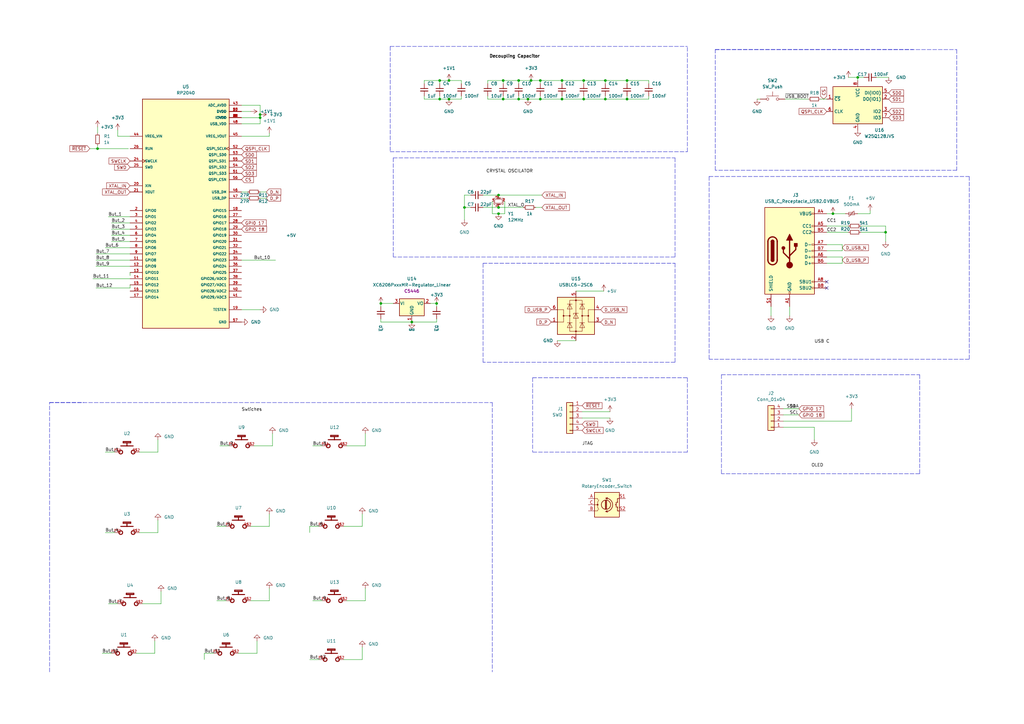
<source format=kicad_sch>
(kicad_sch (version 20211123) (generator eeschema)
  (paper "A3")
  (lib_symbols
    (symbol "Connector:USB_C_Receptacle_USB2.0" (pin_names (offset 1.016))
      (property "Reference" "J" (at -10.16 19.05 0))
      (property "Value" "USB_C_Receptacle_USB2.0" (at 19.05 19.05 0))
      (symbol "USB_C_Receptacle_USB2.0_1_1"
        (pin passive line (at 0 -22.86 90) (length 5.08) (name "GND") (number "A1"))
        (pin passive line (at 0 -22.86 90) (length 5.08) hide (name "GND") (number "A12"))
        (pin passive line (at 15.24 15.24 180) (length 5.08) (name "VBUS") (number "A4"))
        (pin bidirectional line (at 15.24 10.16 180) (length 5.08) (name "CC1") (number "A5"))
        (pin bidirectional line (at 15.24 -2.54 180) (length 5.08) (name "D+") (number "A6"))
        (pin bidirectional line (at 15.24 2.54 180) (length 5.08) (name "D-") (number "A7"))
        (pin bidirectional line (at 15.24 -12.7 180) (length 5.08) (name "SBU1") (number "A8"))
        (pin passive line (at 15.24 15.24 180) (length 5.08) hide (name "VBUS") (number "A9"))
        (pin passive line (at 0 -22.86 90) (length 5.08) hide (name "GND") (number "B1"))
        (pin passive line (at 0 -22.86 90) (length 5.08) hide (name "GND") (number "B12"))
        (pin passive line (at 15.24 15.24 180) (length 5.08) hide (name "VBUS") (number "B4"))
        (pin bidirectional line (at 15.24 7.62 180) (length 5.08) (name "CC2") (number "B5"))
        (pin bidirectional line (at 15.24 -5.08 180) (length 5.08) (name "D+") (number "B6"))
        (pin bidirectional line (at 15.24 0 180) (length 5.08) (name "D-") (number "B7"))
        (pin bidirectional line (at 15.24 -15.24 180) (length 5.08) (name "SBU2") (number "B8"))
        (pin passive line (at 15.24 15.24 180) (length 5.08) hide (name "VBUS") (number "B9"))
        (pin passive line (at -7.62 -22.86 90) (length 5.08) (name "SHIELD") (number "S1"))
      )
    )
    (symbol "Connector_Generic:Conn_01x04" (pin_names (offset 1.016) hide)
      (property "Reference" "J" (at 0 5.08 0))
      (property "Value" "Conn_01x04" (at 0 -7.62 0))
      (symbol "Conn_01x04_1_1"
        (pin passive line (at -5.08 2.54 0) (length 3.81) (name "Pin_1") (number "1"))
        (pin passive line (at -5.08 0 0) (length 3.81) (name "Pin_2") (number "2"))
        (pin passive line (at -5.08 -2.54 0) (length 3.81) (name "Pin_3") (number "3"))
        (pin passive line (at -5.08 -5.08 0) (length 3.81) (name "Pin_4") (number "4"))
      )
    )
    (symbol "Connector_Generic:Conn_01x05" (pin_names (offset 1.016) hide)
      (property "Reference" "J" (at 0 7.62 0))
      (property "Value" "Conn_01x05" (at 0 -7.62 0))
      (symbol "Conn_01x05_1_1"
        (pin passive line (at -5.08 5.08 0) (length 3.81) (name "Pin_1") (number "1"))
        (pin passive line (at -5.08 2.54 0) (length 3.81) (name "Pin_2") (number "2"))
        (pin passive line (at -5.08 0 0) (length 3.81) (name "Pin_3") (number "3"))
        (pin passive line (at -5.08 -2.54 0) (length 3.81) (name "Pin_4") (number "4"))
        (pin passive line (at -5.08 -5.08 0) (length 3.81) (name "Pin_5") (number "5"))
      )
    )
    (symbol "Device:C_Small" (pin_numbers hide) (pin_names (offset 0.254) hide)
      (property "Reference" "C" (at 0.254 1.778 0))
      (property "Value" "C_Small" (at 0.254 -2.032 0))
      (symbol "C_Small_1_1"
        (pin passive line (at 0 2.54 270) (length 2.032) (name "~") (number "1"))
        (pin passive line (at 0 -2.54 90) (length 2.032) (name "~") (number "2"))
      )
    )
    (symbol "Device:Crystal_GND24_Small" (pin_names (offset 1.016) hide)
      (property "Reference" "Y" (at 1.27 4.445 0))
      (property "Value" "Crystal_GND24_Small" (at 1.27 2.54 0))
      (symbol "Crystal_GND24_Small_1_1"
        (pin passive line (at -2.54 0 0) (length 1.27) (name "1") (number "1"))
        (pin passive line (at 0 -2.54 90) (length 0.635) (name "2") (number "2"))
        (pin passive line (at 2.54 0 180) (length 1.27) (name "3") (number "3"))
        (pin passive line (at 0 2.54 270) (length 0.635) (name "4") (number "4"))
      )
    )
    (symbol "Device:Polyfuse_Small" (pin_numbers hide) (pin_names (offset 0))
      (property "Reference" "F" (at -1.905 0 90))
      (property "Value" "Polyfuse_Small" (at 1.905 0 90))
      (symbol "Polyfuse_Small_1_1"
        (pin passive line (at 0 2.54 270) (length 0.635) (name "~") (number "1"))
        (pin passive line (at 0 -2.54 90) (length 0.635) (name "~") (number "2"))
      )
    )
    (symbol "Device:R_Small" (pin_numbers hide) (pin_names (offset 0.254) hide)
      (property "Reference" "R" (at 0.762 0.508 0))
      (property "Value" "R_Small" (at 0.762 -1.016 0))
      (symbol "R_Small_1_1"
        (pin passive line (at 0 2.54 270) (length 0.762) (name "~") (number "1"))
        (pin passive line (at 0 -2.54 90) (length 0.762) (name "~") (number "2"))
      )
    )
    (symbol "Device:RotaryEncoder_Switch" (pin_names (offset 0.254) hide)
      (property "Reference" "SW" (at 0 6.604 0))
      (property "Value" "RotaryEncoder_Switch" (at 0 -6.604 0))
      (symbol "RotaryEncoder_Switch_1_1"
        (pin passive line (at -7.62 2.54 0) (length 2.54) (name "A") (number "A"))
        (pin passive line (at -7.62 -2.54 0) (length 2.54) (name "B") (number "B"))
        (pin passive line (at -7.62 0 0) (length 2.54) (name "C") (number "C"))
        (pin passive line (at 7.62 2.54 180) (length 2.54) (name "S1") (number "S1"))
        (pin passive line (at 7.62 -2.54 180) (length 2.54) (name "S2") (number "S2"))
      )
    )
    (symbol "MX1A-11NN:MX1A-11NN" (pin_names (offset 1.016) hide)
      (property "Reference" "U" (at -4.445 -3.81 0))
      (symbol "MX1A-11NN_0_0"
        (pin passive line (at -5.08 0 0) (length 2.54) (name "~") (number "P$1"))
        (pin passive line (at 5.08 0 180) (length 2.54) (name "~") (number "P$2"))
      )
    )
    (symbol "Memory_Flash:W25Q128JVS"
      (property "Reference" "U" (at -8.89 8.89 0))
      (property "Value" "W25Q128JVS" (at 7.62 8.89 0))
      (symbol "W25Q128JVS_1_1"
        (pin input line (at -12.7 2.54 0) (length 2.54) (name "~{CS}") (number "1"))
        (pin bidirectional line (at 12.7 2.54 180) (length 2.54) (name "DO(IO1)") (number "2"))
        (pin bidirectional line (at 12.7 -2.54 180) (length 2.54) (name "IO2") (number "3"))
        (pin power_in line (at 0 -10.16 90) (length 2.54) (name "GND") (number "4"))
        (pin bidirectional line (at 12.7 5.08 180) (length 2.54) (name "DI(IO0)") (number "5"))
        (pin input line (at -12.7 -2.54 0) (length 2.54) (name "CLK") (number "6"))
        (pin bidirectional line (at 12.7 -5.08 180) (length 2.54) (name "IO3") (number "7"))
        (pin power_in line (at 0 10.16 270) (length 2.54) (name "VCC") (number "8"))
      )
    )
    (symbol "Power_Protection:USBLC6-2SC6" (pin_names hide)
      (property "Reference" "U" (at 2.54 8.89 0))
      (property "Value" "USBLC6-2SC6" (at 2.54 -8.89 0))
      (symbol "USBLC6-2SC6_1_1"
        (pin passive line (at -10.16 -2.54 0) (length 2.54) (name "I/O1") (number "1"))
        (pin passive line (at 0 -10.16 90) (length 2.54) (name "GND") (number "2"))
        (pin passive line (at 10.16 -2.54 180) (length 2.54) (name "I/O2") (number "3"))
        (pin passive line (at 10.16 2.54 180) (length 2.54) (name "I/O2") (number "4"))
        (pin passive line (at 0 10.16 270) (length 2.54) (name "VBUS") (number "5"))
        (pin passive line (at -10.16 2.54 0) (length 2.54) (name "I/O1") (number "6"))
      )
    )
    (symbol "RP2040:RP2040" (pin_names (offset 1.016))
      (property "Reference" "U" (at -17.78 50.8 0))
      (property "Value" "RP2040" (at -17.78 -48.26 0))
      (symbol "RP2040_0_0"
        (pin power_in line (at 22.86 40.64 180) (length 5.08) (name "IOVDD") (number "1"))
        (pin power_in line (at 22.86 40.64 180) (length 5.08) (name "IOVDD") (number "10"))
        (pin bidirectional line (at -22.86 -17.78 0) (length 5.08) (name "GPIO8") (number "11"))
        (pin bidirectional line (at -22.86 -20.32 0) (length 5.08) (name "GPIO9") (number "12"))
        (pin bidirectional line (at -22.86 -22.86 0) (length 5.08) (name "GPIO10") (number "13"))
        (pin bidirectional line (at -22.86 -25.4 0) (length 5.08) (name "GPIO11") (number "14"))
        (pin bidirectional line (at -22.86 -27.94 0) (length 5.08) (name "GPIO12") (number "15"))
        (pin bidirectional line (at -22.86 -30.48 0) (length 5.08) (name "GPIO13") (number "16"))
        (pin bidirectional line (at -22.86 -33.02 0) (length 5.08) (name "GPIO14") (number "17"))
        (pin bidirectional line (at 22.86 2.54 180) (length 5.08) (name "GPIO15") (number "18"))
        (pin passive line (at 22.86 -38.1 180) (length 5.08) (name "TESTEN") (number "19"))
        (pin bidirectional line (at -22.86 2.54 0) (length 5.08) (name "GPIO0") (number "2"))
        (pin input line (at -22.86 12.7 0) (length 5.08) (name "XIN") (number "20"))
        (pin output line (at -22.86 10.16 0) (length 5.08) (name "XOUT") (number "21"))
        (pin power_in line (at 22.86 40.64 180) (length 5.08) (name "IOVDD") (number "22"))
        (pin power_in line (at 22.86 43.18 180) (length 5.08) (name "DVDD") (number "23"))
        (pin input clock (at -22.86 22.86 0) (length 5.08) (name "SWCLK") (number "24"))
        (pin bidirectional line (at -22.86 20.32 0) (length 5.08) (name "SWD") (number "25"))
        (pin input line (at -22.86 27.94 0) (length 5.08) (name "RUN") (number "26"))
        (pin bidirectional line (at 22.86 0 180) (length 5.08) (name "GPIO16") (number "27"))
        (pin bidirectional line (at 22.86 -2.54 180) (length 5.08) (name "GPIO17") (number "28"))
        (pin bidirectional line (at 22.86 -5.08 180) (length 5.08) (name "GPIO18") (number "29"))
        (pin bidirectional line (at -22.86 0 0) (length 5.08) (name "GPIO1") (number "3"))
        (pin bidirectional line (at 22.86 -7.62 180) (length 5.08) (name "GPIO19") (number "30"))
        (pin bidirectional line (at 22.86 -10.16 180) (length 5.08) (name "GPIO20") (number "31"))
        (pin bidirectional line (at 22.86 -12.7 180) (length 5.08) (name "GPIO21") (number "32"))
        (pin power_in line (at 22.86 40.64 180) (length 5.08) (name "IOVDD") (number "33"))
        (pin bidirectional line (at 22.86 -15.24 180) (length 5.08) (name "GPIO22") (number "34"))
        (pin bidirectional line (at 22.86 -17.78 180) (length 5.08) (name "GPIO23") (number "35"))
        (pin bidirectional line (at 22.86 -20.32 180) (length 5.08) (name "GPIO24") (number "36"))
        (pin bidirectional line (at 22.86 -22.86 180) (length 5.08) (name "GPIO25") (number "37"))
        (pin bidirectional line (at 22.86 -25.4 180) (length 5.08) (name "GPIO26/ADC0") (number "38"))
        (pin bidirectional line (at 22.86 -27.94 180) (length 5.08) (name "GPIO27/ADC1") (number "39"))
        (pin bidirectional line (at -22.86 -2.54 0) (length 5.08) (name "GPIO2") (number "4"))
        (pin bidirectional line (at 22.86 -30.48 180) (length 5.08) (name "GPIO28/ADC2") (number "40"))
        (pin bidirectional line (at 22.86 -33.02 180) (length 5.08) (name "GPIO29/ADC3") (number "41"))
        (pin power_in line (at 22.86 40.64 180) (length 5.08) (name "IOVDD") (number "42"))
        (pin power_in line (at 22.86 45.72 180) (length 5.08) (name "ADC_AVDD") (number "43"))
        (pin input line (at -22.86 33.02 0) (length 5.08) (name "VREG_VIN") (number "44"))
        (pin output line (at 22.86 33.02 180) (length 5.08) (name "VREG_VOUT") (number "45"))
        (pin bidirectional line (at 22.86 10.16 180) (length 5.08) (name "USB_DM") (number "46"))
        (pin bidirectional line (at 22.86 7.62 180) (length 5.08) (name "USB_DP") (number "47"))
        (pin power_in line (at 22.86 38.1 180) (length 5.08) (name "USB_VDD") (number "48"))
        (pin power_in line (at 22.86 40.64 180) (length 5.08) (name "IOVDD") (number "49"))
        (pin bidirectional line (at -22.86 -5.08 0) (length 5.08) (name "GPIO3") (number "5"))
        (pin power_in line (at 22.86 43.18 180) (length 5.08) (name "DVDD") (number "50"))
        (pin bidirectional line (at 22.86 17.78 180) (length 5.08) (name "QSPI_SD3") (number "51"))
        (pin bidirectional clock (at 22.86 27.94 180) (length 5.08) (name "QSPI_SCLK") (number "52"))
        (pin bidirectional line (at 22.86 25.4 180) (length 5.08) (name "QSPI_SD0") (number "53"))
        (pin bidirectional line (at 22.86 20.32 180) (length 5.08) (name "QSPI_SD2") (number "54"))
        (pin bidirectional line (at 22.86 22.86 180) (length 5.08) (name "QSPI_SD1") (number "55"))
        (pin bidirectional line (at 22.86 15.24 180) (length 5.08) (name "QSPI_CSN") (number "56"))
        (pin power_in line (at 22.86 -43.18 180) (length 5.08) (name "GND") (number "57"))
        (pin bidirectional line (at -22.86 -7.62 0) (length 5.08) (name "GPIO4") (number "6"))
        (pin bidirectional line (at -22.86 -10.16 0) (length 5.08) (name "GPIO5") (number "7"))
        (pin bidirectional line (at -22.86 -12.7 0) (length 5.08) (name "GPIO6") (number "8"))
        (pin bidirectional line (at -22.86 -15.24 0) (length 5.08) (name "GPIO7") (number "9"))
      )
    )
    (symbol "Switch:SW_Push" (pin_numbers hide) (pin_names (offset 1.016) hide)
      (property "Reference" "SW" (at 1.27 2.54 0))
      (property "Value" "SW_Push" (at 0 -1.524 0))
      (symbol "SW_Push_0_1"
        (pin passive line (at -5.08 0 0) (length 2.54) (name "1") (number "1"))
        (pin passive line (at 5.08 0 180) (length 2.54) (name "2") (number "2"))
      )
    )
    (symbol "kicad-keyboard-parts:XC6206PxxxMR-Regulator_Linear" (pin_names (offset 0.254))
      (property "Reference" "U" (at -3.81 3.175 0))
      (property "Value" "XC6206PxxxMR-Regulator_Linear" (at 0 3.175 0))
      (property "LCSC" "C5446" (at 0 0 0))
      (symbol "XC6206PxxxMR-Regulator_Linear_1_1"
        (pin power_in line (at 0 -7.62 90) (length 2.54) (name "GND") (number "1"))
        (pin power_out line (at 7.62 0 180) (length 2.54) (name "VO") (number "2"))
        (pin power_in line (at -7.62 0 0) (length 2.54) (name "VI") (number "3"))
      )
    )
    (symbol "power:+1V1" (power) (pin_names (offset 0))
      (property "Value" "+1V1" (at 0 3.556 0))
      (symbol "+1V1_1_1"
        (pin power_in line (at 0 0 90) (length 0) hide (name "+1V1") (number "1"))
      )
    )
    (symbol "power:+3.3V" (power) (pin_names (offset 0))
      (property "Value" "+3.3V" (at 0 3.556 0))
      (symbol "+3.3V_1_1"
        (pin power_in line (at 0 0 90) (length 0) hide (name "+3V3") (number "1"))
      )
    )
    (symbol "power:+3V3" (power) (pin_names (offset 0))
      (property "Value" "+3V3" (at 0 3.556 0))
      (symbol "+3V3_1_1"
        (pin power_in line (at 0 0 90) (length 0) hide (name "+3V3") (number "1"))
      )
    )
    (symbol "power:+5V" (power) (pin_names (offset 0))
      (property "Value" "+5V" (at 0 3.556 0))
      (symbol "+5V_1_1"
        (pin power_in line (at 0 0 90) (length 0) hide (name "+5V") (number "1"))
      )
    )
    (symbol "power:GND" (power) (pin_names (offset 0))
      (property "Value" "GND" (at 0 -3.81 0))
      (symbol "GND_1_1"
        (pin power_in line (at 0 0 270) (length 0) hide (name "GND") (number "1"))
      )
    )
    (symbol "power:VBUS" (power) (pin_names (offset 0))
      (property "Value" "VBUS" (at 0 3.81 0))
      (symbol "VBUS_1_1"
        (pin power_in line (at 0 0 90) (length 0) hide (name "VBUS") (number "1"))
      )
    )
  )
  (junction (at 248.285 33.02))
  (junction (at 179.07 124.46) (diameter 0.9144))
  (junction (at 239.395 40.64))
  (junction (at 221.615 40.64))
  (junction (at 351.79 31.75))
  (junction (at 230.505 40.64))
  (junction (at 341.63 87.63))
  (junction (at 204.47 87.63))
  (junction (at 204.47 80.01))
  (junction (at 204.47 85.09))
  (junction (at 248.285 40.64))
  (junction (at 212.725 40.64))
  (junction (at 221.615 33.02))
  (junction (at 190.5 85.09))
  (junction (at 156.21 124.46) (diameter 0.9144))
  (junction (at 217.805 33.02))
  (junction (at 216.535 40.64))
  (junction (at 184.15 40.64))
  (junction (at 206.375 33.02))
  (junction (at 106.68 48.26))
  (junction (at 180.34 33.02))
  (junction (at 168.91 132.08) (diameter 0.9144))
  (junction (at 257.175 33.02))
  (junction (at 184.15 33.02))
  (junction (at 363.22 95.25))
  (junction (at 40.005 60.96))
  (junction (at 206.375 40.64))
  (junction (at 230.505 33.02))
  (junction (at 257.175 40.64))
  (junction (at 106.68 46.99))
  (junction (at 239.395 33.02))
  (junction (at 180.34 40.64))
  (junction (at 212.725 33.02))
  (no_connect (at 339.09 115.57))
  (no_connect (at 339.09 118.11))
  (wire (pts (xy 248.285 39.37) (xy 248.285 40.64)))
  (wire (pts (xy 46.99 218.44) (xy 43.18 218.44)))
  (wire (pts (xy 212.725 39.37) (xy 212.725 40.64)))
  (wire (pts (xy 149.86 246.38) (xy 149.86 241.3)))
  (wire (pts (xy 179.07 130.81) (xy 179.07 132.08)))
  (wire (pts (xy 102.87 215.9) (xy 110.49 215.9)))
  (wire (pts (xy 64.77 185.42) (xy 64.77 180.34)))
  (wire (pts (xy 40.005 60.96) (xy 52.705 60.96)))
  (wire (pts (xy 45.72 91.44) (xy 53.34 91.44)))
  (wire (pts (xy 99.06 127) (xy 106.68 127)))
  (wire (pts (xy 198.12 85.09) (xy 204.47 85.09)))
  (wire (pts (xy 189.23 33.02) (xy 189.23 34.29)))
  (wire (pts (xy 206.375 40.64) (xy 212.725 40.64)))
  (wire (pts (xy 140.97 215.9) (xy 148.59 215.9)))
  (polyline (pts (xy 276.86 105.41) (xy 161.29 105.41)))
  (wire (pts (xy 248.285 33.02) (xy 248.285 34.29)))
  (wire (pts (xy 353.06 95.25) (xy 363.22 95.25)))
  (wire (pts (xy 99.06 106.68) (xy 113.03 106.68)))
  (polyline (pts (xy 290.83 72.39) (xy 397.51 72.39)))
  (polyline (pts (xy 198.12 107.95) (xy 276.86 107.95)))
  (wire (pts (xy 106.68 46.99) (xy 106.68 48.26)))
  (wire (pts (xy 53.34 55.88) (xy 48.26 55.88)))
  (polyline (pts (xy 281.94 185.42) (xy 218.44 185.42)))
  (wire (pts (xy 248.285 33.02) (xy 257.175 33.02)))
  (wire (pts (xy 130.81 270.51) (xy 127 270.51)))
  (wire (pts (xy 239.395 33.02) (xy 248.285 33.02)))
  (polyline (pts (xy 276.86 148.59) (xy 198.12 148.59)))
  (wire (pts (xy 321.31 172.72) (xy 349.25 172.72)))
  (wire (pts (xy 45.72 267.97) (xy 41.91 267.97)))
  (polyline (pts (xy 276.86 107.95) (xy 276.86 148.59)))
  (wire (pts (xy 109.22 81.28) (xy 106.68 81.28)))
  (wire (pts (xy 239.395 40.64) (xy 248.285 40.64)))
  (wire (pts (xy 130.81 215.9) (xy 127 215.9)))
  (polyline (pts (xy 377.19 153.67) (xy 377.19 194.31)))
  (polyline (pts (xy 20.32 165.1) (xy 34.29 165.1)))
  (wire (pts (xy 140.97 270.51) (xy 148.59 270.51)))
  (wire (pts (xy 53.34 113.03) (xy 53.34 111.76)))
  (wire (pts (xy 180.34 39.37) (xy 180.34 40.64)))
  (wire (pts (xy 180.34 40.64) (xy 184.15 40.64)))
  (wire (pts (xy 44.45 88.9) (xy 53.34 88.9)))
  (wire (pts (xy 99.06 55.88) (xy 110.49 55.88)))
  (wire (pts (xy 99.06 43.18) (xy 106.68 43.18)))
  (wire (pts (xy 58.42 247.65) (xy 66.04 247.65)))
  (wire (pts (xy 206.375 33.02) (xy 206.375 34.29)))
  (wire (pts (xy 132.08 182.88) (xy 128.27 182.88)))
  (wire (pts (xy 248.285 40.64) (xy 257.175 40.64)))
  (wire (pts (xy 64.77 218.44) (xy 64.77 213.36)))
  (wire (pts (xy 239.395 33.02) (xy 239.395 34.29)))
  (wire (pts (xy 48.26 53.34) (xy 48.26 55.88)))
  (wire (pts (xy 39.37 118.11) (xy 53.34 118.11)))
  (wire (pts (xy 200.025 39.37) (xy 200.025 40.64)))
  (wire (pts (xy 257.175 40.64) (xy 257.175 39.37)))
  (polyline (pts (xy 281.94 62.23) (xy 281.94 19.05)))
  (wire (pts (xy 184.15 40.64) (xy 189.23 40.64)))
  (wire (pts (xy 109.22 78.74) (xy 106.68 78.74)))
  (wire (pts (xy 63.5 267.97) (xy 63.5 262.89)))
  (wire (pts (xy 156.21 130.81) (xy 156.21 132.08)))
  (wire (pts (xy 106.68 50.8) (xy 99.06 50.8)))
  (wire (pts (xy 230.505 33.02) (xy 230.505 34.29)))
  (wire (pts (xy 168.91 132.08) (xy 156.21 132.08)))
  (wire (pts (xy 341.63 87.63) (xy 346.71 87.63)))
  (wire (pts (xy 323.85 125.73) (xy 323.85 129.54)))
  (wire (pts (xy 104.14 182.88) (xy 111.76 182.88)))
  (wire (pts (xy 221.615 33.02) (xy 230.505 33.02)))
  (wire (pts (xy 180.34 33.02) (xy 173.99 33.02)))
  (wire (pts (xy 353.06 92.71) (xy 363.22 92.71)))
  (wire (pts (xy 198.12 80.01) (xy 204.47 80.01)))
  (wire (pts (xy 257.175 33.02) (xy 257.175 34.29)))
  (polyline (pts (xy 293.37 69.85) (xy 293.37 20.32)))
  (wire (pts (xy 207.01 82.55) (xy 207.01 87.63)))
  (polyline (pts (xy 160.02 19.05) (xy 160.02 62.23)))
  (wire (pts (xy 38.1 114.3) (xy 53.34 114.3)))
  (wire (pts (xy 40.005 59.69) (xy 40.005 60.96)))
  (wire (pts (xy 310.515 40.64) (xy 311.785 40.64)))
  (wire (pts (xy 184.15 33.02) (xy 180.34 33.02)))
  (polyline (pts (xy 392.43 20.32) (xy 392.43 69.85)))
  (wire (pts (xy 168.91 132.08) (xy 179.07 132.08)))
  (wire (pts (xy 347.98 31.75) (xy 351.79 31.75)))
  (wire (pts (xy 127 215.9) (xy 127 218.44)))
  (wire (pts (xy 257.175 33.02) (xy 266.065 33.02)))
  (wire (pts (xy 40.005 52.07) (xy 40.005 54.61)))
  (wire (pts (xy 87.63 267.97) (xy 83.82 267.97)))
  (wire (pts (xy 57.15 218.44) (xy 64.77 218.44)))
  (wire (pts (xy 204.47 85.09) (xy 214.63 85.09)))
  (wire (pts (xy 173.99 40.64) (xy 180.34 40.64)))
  (wire (pts (xy 43.18 101.6) (xy 53.34 101.6)))
  (wire (pts (xy 184.15 33.02) (xy 189.23 33.02)))
  (wire (pts (xy 53.34 118.11) (xy 53.34 116.84)))
  (wire (pts (xy 92.71 246.38) (xy 88.9 246.38)))
  (wire (pts (xy 321.945 40.64) (xy 331.47 40.64)))
  (wire (pts (xy 97.79 267.97) (xy 105.41 267.97)))
  (wire (pts (xy 105.41 267.97) (xy 105.41 262.89)))
  (wire (pts (xy 345.44 102.87) (xy 339.09 102.87)))
  (wire (pts (xy 204.47 80.01) (xy 222.25 80.01)))
  (wire (pts (xy 200.025 34.29) (xy 200.025 33.02)))
  (wire (pts (xy 221.615 40.64) (xy 230.505 40.64)))
  (wire (pts (xy 66.04 247.65) (xy 66.04 242.57)))
  (wire (pts (xy 266.065 33.02) (xy 266.065 34.29)))
  (polyline (pts (xy 295.91 153.67) (xy 377.19 153.67)))
  (wire (pts (xy 228.6 139.7) (xy 236.22 139.7)))
  (wire (pts (xy 236.22 119.38) (xy 247.65 119.38)))
  (polyline (pts (xy 20.32 165.1) (xy 201.93 165.1)))
  (wire (pts (xy 250.19 171.45) (xy 238.76 171.45)))
  (wire (pts (xy 156.21 124.46) (xy 156.21 125.73)))
  (wire (pts (xy 132.08 246.38) (xy 128.27 246.38)))
  (wire (pts (xy 189.23 40.64) (xy 189.23 39.37)))
  (wire (pts (xy 351.79 31.75) (xy 351.79 33.02)))
  (wire (pts (xy 46.99 185.42) (xy 43.18 185.42)))
  (polyline (pts (xy 218.44 154.94) (xy 218.44 185.42)))
  (wire (pts (xy 221.615 33.02) (xy 221.615 34.29)))
  (wire (pts (xy 339.09 87.63) (xy 341.63 87.63)))
  (polyline (pts (xy 198.12 148.59) (xy 198.12 107.95)))
  (wire (pts (xy 359.41 31.75) (xy 364.49 31.75)))
  (wire (pts (xy 206.375 39.37) (xy 206.375 40.64)))
  (wire (pts (xy 230.505 40.64) (xy 230.505 39.37)))
  (wire (pts (xy 190.5 80.01) (xy 190.5 85.09)))
  (wire (pts (xy 345.44 107.95) (xy 339.09 107.95)))
  (wire (pts (xy 200.025 33.02) (xy 206.375 33.02)))
  (wire (pts (xy 106.68 48.26) (xy 106.68 50.8)))
  (wire (pts (xy 345.44 105.41) (xy 345.44 107.95)))
  (wire (pts (xy 193.04 80.01) (xy 190.5 80.01)))
  (wire (pts (xy 334.01 175.26) (xy 334.01 180.34)))
  (polyline (pts (xy 201.93 165.1) (xy 201.93 275.59)))
  (wire (pts (xy 101.6 78.74) (xy 99.06 78.74)))
  (wire (pts (xy 57.15 185.42) (xy 64.77 185.42)))
  (wire (pts (xy 321.31 167.64) (xy 327.66 167.64)))
  (wire (pts (xy 212.725 33.02) (xy 217.805 33.02)))
  (wire (pts (xy 230.505 40.64) (xy 239.395 40.64)))
  (polyline (pts (xy 160.02 62.23) (xy 281.94 62.23)))
  (wire (pts (xy 217.805 33.02) (xy 221.615 33.02)))
  (wire (pts (xy 238.76 168.91) (xy 250.19 168.91)))
  (wire (pts (xy 176.53 124.46) (xy 179.07 124.46)))
  (wire (pts (xy 349.25 167.64) (xy 349.25 172.72)))
  (wire (pts (xy 216.535 40.64) (xy 221.615 40.64)))
  (wire (pts (xy 221.615 40.64) (xy 221.615 39.37)))
  (wire (pts (xy 339.09 100.33) (xy 345.44 100.33)))
  (wire (pts (xy 102.87 246.38) (xy 110.49 246.38)))
  (wire (pts (xy 83.82 267.97) (xy 83.82 270.51)))
  (wire (pts (xy 142.24 246.38) (xy 149.86 246.38)))
  (polyline (pts (xy 295.91 153.67) (xy 295.91 194.31)))
  (wire (pts (xy 173.99 39.37) (xy 173.99 40.64)))
  (wire (pts (xy 321.31 170.18) (xy 327.66 170.18)))
  (wire (pts (xy 201.93 87.63) (xy 204.47 87.63)))
  (wire (pts (xy 106.68 43.18) (xy 106.68 46.99)))
  (wire (pts (xy 345.44 100.33) (xy 345.44 102.87)))
  (polyline (pts (xy 293.37 20.32) (xy 374.65 20.32)))
  (wire (pts (xy 212.725 40.64) (xy 216.535 40.64)))
  (wire (pts (xy 110.49 54.61) (xy 110.49 55.88)))
  (wire (pts (xy 351.79 87.63) (xy 356.87 87.63)))
  (wire (pts (xy 110.49 246.38) (xy 110.49 241.3)))
  (wire (pts (xy 99.06 48.26) (xy 106.68 48.26)))
  (wire (pts (xy 339.09 95.25) (xy 347.98 95.25)))
  (wire (pts (xy 99.06 45.72) (xy 102.87 45.72)))
  (wire (pts (xy 48.26 247.65) (xy 44.45 247.65)))
  (wire (pts (xy 266.065 40.64) (xy 266.065 39.37)))
  (wire (pts (xy 316.23 125.73) (xy 316.23 129.54)))
  (wire (pts (xy 39.37 109.22) (xy 53.34 109.22)))
  (polyline (pts (xy 392.43 69.85) (xy 293.37 69.85)))
  (wire (pts (xy 339.09 105.41) (xy 345.44 105.41)))
  (wire (pts (xy 190.5 85.09) (xy 193.04 85.09)))
  (wire (pts (xy 190.5 85.09) (xy 190.5 90.17)))
  (wire (pts (xy 200.025 40.64) (xy 206.375 40.64)))
  (wire (pts (xy 363.22 95.25) (xy 363.22 99.06)))
  (wire (pts (xy 45.72 99.06) (xy 53.34 99.06)))
  (wire (pts (xy 336.55 40.64) (xy 339.09 40.64)))
  (polyline (pts (xy 218.44 154.94) (xy 281.94 154.94)))
  (wire (pts (xy 201.93 82.55) (xy 201.93 87.63)))
  (wire (pts (xy 219.71 85.09) (xy 222.25 85.09)))
  (wire (pts (xy 212.725 33.02) (xy 206.375 33.02)))
  (wire (pts (xy 149.86 182.88) (xy 149.86 177.8)))
  (polyline (pts (xy 397.51 147.32) (xy 290.83 147.32)))
  (polyline (pts (xy 276.86 64.77) (xy 276.86 105.41)))
  (wire (pts (xy 363.22 92.71) (xy 363.22 95.25)))
  (wire (pts (xy 179.07 124.46) (xy 179.07 125.73)))
  (wire (pts (xy 207.01 87.63) (xy 204.47 87.63)))
  (polyline (pts (xy 293.37 20.32) (xy 392.43 20.32)))
  (wire (pts (xy 55.88 267.97) (xy 63.5 267.97)))
  (wire (pts (xy 92.71 215.9) (xy 88.9 215.9)))
  (wire (pts (xy 111.76 182.88) (xy 111.76 177.8)))
  (wire (pts (xy 230.505 33.02) (xy 239.395 33.02)))
  (polyline (pts (xy 397.51 72.39) (xy 397.51 147.32)))
  (wire (pts (xy 356.87 87.63) (xy 356.87 86.36)))
  (polyline (pts (xy 160.02 19.05) (xy 281.94 19.05)))
  (wire (pts (xy 142.24 182.88) (xy 149.86 182.88)))
  (polyline (pts (xy 161.29 64.77) (xy 276.86 64.77)))
  (wire (pts (xy 110.49 215.9) (xy 110.49 210.82)))
  (wire (pts (xy 101.6 81.28) (xy 99.06 81.28)))
  (wire (pts (xy 321.31 175.26) (xy 334.01 175.26)))
  (polyline (pts (xy 377.19 194.31) (xy 295.91 194.31)))
  (wire (pts (xy 148.59 270.51) (xy 148.59 265.43)))
  (wire (pts (xy 351.79 31.75) (xy 354.33 31.75)))
  (wire (pts (xy 212.725 33.02) (xy 212.725 34.29)))
  (wire (pts (xy 339.09 92.71) (xy 347.98 92.71)))
  (wire (pts (xy 156.21 124.46) (xy 161.29 124.46)))
  (wire (pts (xy 45.72 93.98) (xy 53.34 93.98)))
  (wire (pts (xy 39.37 106.68) (xy 53.34 106.68)))
  (wire (pts (xy 180.34 33.02) (xy 180.34 34.29)))
  (wire (pts (xy 93.98 182.88) (xy 90.17 182.88)))
  (polyline (pts (xy 290.83 72.39) (xy 290.83 147.32)))
  (wire (pts (xy 257.175 40.64) (xy 266.065 40.64)))
  (wire (pts (xy 39.37 104.14) (xy 53.34 104.14)))
  (polyline (pts (xy 161.29 64.77) (xy 161.29 105.41)))
  (wire (pts (xy 148.59 215.9) (xy 148.59 210.82)))
  (polyline (pts (xy 281.94 154.94) (xy 281.94 185.42)))
  (polyline (pts (xy 20.32 275.59) (xy 20.32 165.1)))
  (wire (pts (xy 36.83 60.96) (xy 40.005 60.96)))
  (wire (pts (xy 173.99 33.02) (xy 173.99 34.29)))
  (wire (pts (xy 45.72 96.52) (xy 53.34 96.52)))
  (wire (pts (xy 239.395 39.37) (xy 239.395 40.64)))
  (label "Swtiches" (at 99.06 168.91 0))
  (label "Decoupling Capacitor" (at 200.66 24.13 0) (effects (font (thickness 0.254) bold)))
  (label "~{USB_BOOT}" (at 321.945 40.64 0))
  (label "But_3" (at 128.27 182.88 0))
  (label "But_6" (at 43.18 101.6 0))
  (label "But_5" (at 88.9 215.9 0))
  (label "USB C" (at 334.01 140.97 0))
  (label "CRYSTAL OSCILATOR" (at 199.39 71.12 0))
  (label "SDA" (at 323.85 167.64 0))
  (label "SDA" (at 322.58 167.64 0))
  (label "CC1" (at 339.09 91.44 0))
  (label "But_9" (at 128.27 246.38 0))
  (label "But_10" (at 104.14 106.68 0))
  (label "But_10" (at 41.91 267.97 0))
  (label "But_6" (at 127 215.9 0))
  (label "But_1" (at 43.18 185.42 0))
  (label "XTAL_O" (at 208.28 85.09 0))
  (label "But_9" (at 39.37 109.22 0))
  (label "But_2" (at 45.72 91.44 0))
  (label "But_7" (at 39.37 104.14 0))
  (label "But_2" (at 90.17 182.88 0))
  (label "But_4" (at 43.18 218.44 0))
  (label "But_3" (at 45.72 93.98 0))
  (label "But_11" (at 38.1 114.3 0))
  (label "But_12" (at 39.37 118.11 0))
  (label "But_11" (at 83.82 267.97 0))
  (label "JTAG" (at 238.76 182.88 0))
  (label "But_1" (at 44.45 88.9 0))
  (label "But_4" (at 45.72 96.52 0))
  (label "But_8" (at 88.9 246.38 0))
  (label "CC2" (at 339.09 95.25 0))
  (label "But_8" (at 39.37 106.68 0))
  (label "But_7" (at 44.45 247.65 0))
  (label "OLED" (at 332.74 191.77 0))
  (label "SCL" (at 323.85 170.18 0))
  (label "But_12" (at 127 270.51 0))
  (label "But_5" (at 45.72 99.06 0))
  (global_label "SD2" (shape input) (at 364.49 45.72 0) (property "Intersheet References" "${INTERSHEET_REFS}" (effects hide)))
  (global_label "CS" (shape input) (at 337.82 40.64 90) (property "Intersheet References" "${INTERSHEET_REFS}" (effects hide)))
  (global_label "QSPI_CLK" (shape input) (at 339.09 45.72 180) (property "Intersheet References" "${INTERSHEET_REFS}" (effects hide)))
  (global_label "GPI0 17" (shape input) (at 99.06 91.44 0) (property "Intersheet References" "${INTERSHEET_REFS}" (effects hide)))
  (global_label "~{RESET}" (shape input) (at 36.83 60.96 180) (property "Intersheet References" "${INTERSHEET_REFS}" (effects hide)))
  (global_label "D_N" (shape input) (at 109.22 78.74 0) (property "Intersheet References" "${INTERSHEET_REFS}" (effects hide)))
  (global_label "CS" (shape input) (at 99.06 73.66 0) (property "Intersheet References" "${INTERSHEET_REFS}" (effects hide)))
  (global_label "SWCLK" (shape input) (at 238.76 176.53 0) (property "Intersheet References" "${INTERSHEET_REFS}" (effects hide)))
  (global_label "XTAL_OUT" (shape input) (at 53.34 78.74 180) (property "Intersheet References" "${INTERSHEET_REFS}" (effects hide)))
  (global_label "XTAL_IN" (shape input) (at 53.34 76.2 180) (property "Intersheet References" "${INTERSHEET_REFS}" (effects hide)))
  (global_label "SWD" (shape input) (at 53.34 68.58 180) (property "Intersheet References" "${INTERSHEET_REFS}" (effects hide)))
  (global_label "SD2" (shape input) (at 99.06 68.58 0) (property "Intersheet References" "${INTERSHEET_REFS}" (effects hide)))
  (global_label "SWCLK" (shape input) (at 53.34 66.04 180) (property "Intersheet References" "${INTERSHEET_REFS}" (effects hide)))
  (global_label "D_USB_N" (shape input) (at 246.38 127 0) (property "Intersheet References" "${INTERSHEET_REFS}" (effects hide)))
  (global_label "D_P" (shape input) (at 109.22 81.28 0) (property "Intersheet References" "${INTERSHEET_REFS}" (effects hide)))
  (global_label "GPIO 18" (shape input) (at 327.66 170.18 0) (property "Intersheet References" "${INTERSHEET_REFS}" (effects hide)))
  (global_label "D_P" (shape input) (at 226.06 132.08 180) (property "Intersheet References" "${INTERSHEET_REFS}" (effects hide)))
  (global_label "~{RESET}" (shape input) (at 238.76 166.37 0) (property "Intersheet References" "${INTERSHEET_REFS}" (effects hide)))
  (global_label "D_USB_P" (shape input) (at 345.44 106.68 0) (property "Intersheet References" "${INTERSHEET_REFS}" (effects hide)))
  (global_label "QSPI_CLK" (shape input) (at 99.06 60.96 0) (property "Intersheet References" "${INTERSHEET_REFS}" (effects hide)))
  (global_label "XTAL_OUT" (shape input) (at 222.25 85.09 0) (property "Intersheet References" "${INTERSHEET_REFS}" (effects hide)))
  (global_label "SD0" (shape input) (at 99.06 63.5 0) (property "Intersheet References" "${INTERSHEET_REFS}" (effects hide)))
  (global_label "GPI0 17" (shape input) (at 327.66 167.64 0) (property "Intersheet References" "${INTERSHEET_REFS}" (effects hide)))
  (global_label "GPIO 18" (shape input) (at 99.06 93.98 0) (property "Intersheet References" "${INTERSHEET_REFS}" (effects hide)))
  (global_label "D_USB_P" (shape input) (at 226.06 127 180) (property "Intersheet References" "${INTERSHEET_REFS}" (effects hide)))
  (global_label "SD3" (shape input) (at 364.49 48.26 0) (property "Intersheet References" "${INTERSHEET_REFS}" (effects hide)))
  (global_label "SD3" (shape input) (at 99.06 71.12 0) (property "Intersheet References" "${INTERSHEET_REFS}" (effects hide)))
  (global_label "SD1" (shape input) (at 99.06 66.04 0) (property "Intersheet References" "${INTERSHEET_REFS}" (effects hide)))
  (global_label "SD0" (shape input) (at 364.49 38.1 0) (property "Intersheet References" "${INTERSHEET_REFS}" (effects hide)))
  (global_label "D_USB_N" (shape input) (at 345.44 101.6 0) (property "Intersheet References" "${INTERSHEET_REFS}" (effects hide)))
  (global_label "SWD" (shape input) (at 238.76 173.99 0) (property "Intersheet References" "${INTERSHEET_REFS}" (effects hide)))
  (global_label "XTAL_IN" (shape input) (at 222.25 80.01 0) (property "Intersheet References" "${INTERSHEET_REFS}" (effects hide)))
  (global_label "D_N" (shape input) (at 246.38 132.08 0) (property "Intersheet References" "${INTERSHEET_REFS}" (effects hide)))
  (global_label "SD1" (shape input) (at 364.49 40.64 0) (property "Intersheet References" "${INTERSHEET_REFS}" (effects hide)))
  (symbol (lib_id "MX1A-11NN:MX1A-11NN") (at 99.06 182.88 0) (unit 1)
    (property "Reference" "U9" (at 99.06 175.26 0))
    (property "Value" "MX1A-11NN" (effects hide))
    (property "Footprint" "CHERRY_MX1A-11NN_SWITCH" (effects hide))
  )
  (symbol (lib_id "Device:R_Small") (at 350.52 92.71 90) (unit 1)
    (property "Reference" "R19" (at 346.71 91.44 90))
    (property "Value" "5k1" (at 354.33 91.44 90))
    (property "Footprint" "Resistor_SMD:R_0402_1005Metric" (effects hide))
    (property "LCSC" "C25905" (effects hide))
  )
  (symbol (lib_id "power:GND") (at 110.49 241.3 180) (unit 1)
    (property "Reference" "#PWR0110" (effects hide))
    (property "Value" "GND" (at 113.03 240.0299 0) (effects (justify right)))
  )
  (symbol (lib_id "Device:C_Small") (at 173.99 36.83 0) (unit 1)
    (property "Reference" "C2" (at 175.26 34.2899 0) (effects (justify left)))
    (property "Value" "1uF" (at 175.26 39.3699 0) (effects (justify left)))
    (property "Footprint" "Capacitor_SMD:C_0402_1005Metric" (effects hide))
    (property "LCSC" "C52923" (effects hide))
  )
  (symbol (lib_id "power:GND") (at 250.19 171.45 0) (unit 1)
    (property "Reference" "#PWR044" (effects hide))
    (property "Value" "GND" (at 250.19 176.53 0))
  )
  (symbol (lib_id "power:GND") (at 316.23 129.54 0) (unit 1)
    (property "Reference" "#PWR046" (effects hide))
    (property "Value" "GND" (at 316.23 134.62 0))
  )
  (symbol (lib_id "MX1A-11NN:MX1A-11NN") (at 137.16 182.88 0) (unit 1)
    (property "Reference" "U12" (at 137.16 175.26 0))
    (property "Value" "MX1A-11NN" (effects hide))
    (property "Footprint" "CHERRY_MX1A-11NN_SWITCH" (effects hide))
  )
  (symbol (lib_id "power:VBUS") (at 341.63 87.63 0) (unit 1)
    (property "Reference" "#PWR049" (effects hide))
    (property "Value" "VBUS" (at 341.63 82.55 0))
  )
  (symbol (lib_id "power:GND") (at 351.79 53.34 0) (unit 1)
    (property "Reference" "#PWR052" (effects hide))
    (property "Value" "GND" (at 351.79 58.42 0))
  )
  (symbol (lib_id "MX1A-11NN:MX1A-11NN") (at 92.71 267.97 0) (unit 1)
    (property "Reference" "U6" (at 92.71 260.35 0))
    (property "Value" "MX1A-11NN" (effects hide))
    (property "Footprint" "CHERRY_MX1A-11NN_SWITCH" (effects hide))
  )
  (symbol (lib_id "power:+3V3") (at 217.805 33.02 0) (unit 1)
    (property "Reference" "#PWR040" (effects hide))
    (property "Value" "+3V3" (at 217.805 27.94 0))
  )
  (symbol (lib_id "power:GND") (at 111.76 177.8 180) (unit 1)
    (property "Reference" "#PWR0108" (effects hide))
    (property "Value" "GND" (at 114.3 176.5299 0) (effects (justify right)))
  )
  (symbol (lib_id "power:+3V3") (at 48.26 53.34 0) (unit 1)
    (property "Reference" "#PWR06" (effects hide))
    (property "Value" "+3V3" (at 48.26 48.26 0))
  )
  (symbol (lib_id "power:GND") (at 149.86 177.8 180) (unit 1)
    (property "Reference" "#PWR0105" (effects hide))
    (property "Value" "GND" (at 152.4 176.5299 0) (effects (justify right)))
  )
  (symbol (lib_id "kicad-keyboard-parts:XC6206PxxxMR-Regulator_Linear") (at 168.91 124.46 0) (unit 1)
    (property "Reference" "U14" (at 168.91 114.3 0))
    (property "Value" "XC6206PxxxMR-Regulator_Linear" (at 168.91 116.84 0))
    (property "Footprint" "Package_TO_SOT_SMD:SOT-23" (effects hide))
    (property "Datasheet" "https://www.torexsemi.com/file/xc6206/XC6206.pdf" (effects hide))
    (property "LCSC" "C5446" (at 168.91 119.38 0))
  )
  (symbol (lib_id "power:+3V3") (at 349.25 167.64 0) (unit 1)
    (property "Reference" "#PWR051" (effects hide))
    (property "Value" "+3V3" (at 349.25 162.56 0))
  )
  (symbol (lib_id "Device:R_Small") (at 40.005 57.15 0) (unit 1)
    (property "Reference" "R1" (at 42.545 55.8799 0) (effects (justify left)))
    (property "Value" "1k" (at 42.545 58.4199 0) (effects (justify left)))
    (property "Footprint" "Resistor_SMD:R_0402_1005Metric" (effects hide))
    (property "LCSC" "C11702" (effects hide))
  )
  (symbol (lib_id "Device:RotaryEncoder_Switch") (at 248.92 207.01 0) (unit 1)
    (property "Reference" "SW1" (at 248.92 196.85 0))
    (property "Value" "RotaryEncoder_Switch" (at 248.92 199.39 0))
  )
  (symbol (lib_id "Device:C_Small") (at 266.065 36.83 0) (unit 1)
    (property "Reference" "C16" (at 267.335 34.2899 0) (effects (justify left)))
    (property "Value" "100nF" (at 267.335 39.3699 0) (effects (justify left)))
    (property "Footprint" "Capacitor_SMD:C_0402_1005Metric" (effects hide))
    (property "LCSC" "C1525" (effects hide))
  )
  (symbol (lib_id "MX1A-11NN:MX1A-11NN") (at 97.79 215.9 0) (unit 1)
    (property "Reference" "U7" (at 97.79 208.28 0))
    (property "Value" "MX1A-11NN" (effects hide))
    (property "Footprint" "CHERRY_MX1A-11NN_SWITCH" (effects hide))
  )
  (symbol (lib_id "Device:C_Small") (at 189.23 36.83 0) (unit 1)
    (property "Reference" "C5" (at 190.5 34.2899 0) (effects (justify left)))
    (property "Value" "100nF" (at 190.5 39.3699 0) (effects (justify left)))
    (property "Footprint" "Capacitor_SMD:C_0402_1005Metric" (effects hide))
    (property "LCSC" "C1525" (effects hide))
  )
  (symbol (lib_id "power:GND") (at 148.59 265.43 180) (unit 1)
    (property "Reference" "#PWR0107" (effects hide))
    (property "Value" "GND" (at 151.13 264.1599 0) (effects (justify right)))
  )
  (symbol (lib_id "power:GND") (at 228.6 139.7 0) (unit 1)
    (property "Reference" "#PWR041" (effects hide))
    (property "Value" "GND" (at 224.79 139.7 0))
  )
  (symbol (lib_id "MX1A-11NN:MX1A-11NN") (at 52.07 185.42 0) (unit 1)
    (property "Reference" "U2" (at 52.07 177.8 0))
    (property "Value" "MX1A-11NN" (effects hide))
    (property "Footprint" "CHERRY_MX1A-11NN_SWITCH" (effects hide))
  )
  (symbol (lib_id "Device:C_Small") (at 230.505 36.83 0) (unit 1)
    (property "Reference" "C12" (at 231.775 34.2899 0) (effects (justify left)))
    (property "Value" "100nF" (at 231.775 39.3699 0) (effects (justify left)))
    (property "Footprint" "Capacitor_SMD:C_0402_1005Metric" (effects hide))
    (property "LCSC" "C1525" (effects hide))
  )
  (symbol (lib_id "Connector_Generic:Conn_01x05") (at 233.68 171.45 0) (mirror y) (unit 1) (in_bom no)
    (property "Reference" "J1" (at 229.87 167.64 0))
    (property "Value" "SWD" (at 228.6 170.18 0))
    (property "Footprint" "Connector_PinSocket_2.54mm:PinSocket_1x05_P2.54mm_Vertical" (effects hide))
  )
  (symbol (lib_id "MX1A-11NN:MX1A-11NN") (at 97.79 246.38 0) (unit 1)
    (property "Reference" "U8" (at 97.79 238.76 0))
    (property "Value" "MX1A-11NN" (effects hide))
    (property "Footprint" "CHERRY_MX1A-11NN_SWITCH" (effects hide))
  )
  (symbol (lib_id "power:+3V3") (at 40.005 52.07 0) (unit 1)
    (property "Reference" "#PWR01" (effects hide))
    (property "Value" "+3V3" (at 43.815 52.07 0))
  )
  (symbol (lib_id "power:GND") (at 64.77 180.34 180) (unit 1)
    (property "Reference" "#PWR0112" (effects hide))
    (property "Value" "GND" (at 67.31 179.0699 0) (effects (justify right)))
  )
  (symbol (lib_id "power:GND") (at 184.15 40.64 0) (unit 1)
    (property "Reference" "#PWR036" (effects hide))
    (property "Value" "GND" (at 184.15 45.72 0))
  )
  (symbol (lib_id "MX1A-11NN:MX1A-11NN") (at 52.07 218.44 0) (unit 1)
    (property "Reference" "U3" (at 52.07 210.82 0))
    (property "Value" "MX1A-11NN" (effects hide))
    (property "Footprint" "CHERRY_MX1A-11NN_SWITCH" (effects hide))
  )
  (symbol (lib_id "power:GND") (at 105.41 262.89 180) (unit 1)
    (property "Reference" "#PWR0111" (effects hide))
    (property "Value" "GND" (at 107.95 261.6199 0) (effects (justify right)))
  )
  (symbol (lib_id "power:GND") (at 99.06 132.08 90) (unit 1)
    (property "Reference" "#PWR015" (effects hide))
    (property "Value" "GND" (at 102.87 132.0799 90) (effects (justify right)))
  )
  (symbol (lib_id "Memory_Flash:W25Q128JVS") (at 351.79 43.18 0) (unit 1)
    (property "Reference" "U16" (at 360.68 53.34 0))
    (property "Value" "W25Q128JVS" (at 360.68 55.88 0))
    (property "Footprint" "Package_SO:SOIC-8_5.23x5.23mm_P1.27mm" (effects hide))
    (property "Datasheet" "http://www.winbond.com/resource-files/w25q128jv_dtr%20revc%2003272018%20plus.pdf" (effects hide))
    (property "LCSC" "C131025" (effects hide))
  )
  (symbol (lib_id "Device:C_Small") (at 179.07 128.27 180) (unit 1)
    (property "Reference" "C3" (at 179.07 133.985 0) (effects (font (size 0.762 0.762))))
    (property "Value" "1uF" (at 179.07 135.255 0) (effects (font (size 0.762 0.762))))
    (property "Footprint" "Capacitor_SMD:C_0402_1005Metric" (effects hide))
    (property "LCSC" "C52923" (effects hide))
  )
  (symbol (lib_id "Device:C_Small") (at 356.87 31.75 90) (unit 1)
    (property "Reference" "C17" (at 355.5999 30.48 90) (effects (justify left)))
    (property "Value" "100nF" (at 364.4899 30.48 90) (effects (justify left)))
    (property "Footprint" "Capacitor_SMD:C_0402_1005Metric" (effects hide))
    (property "LCSC" "C1525" (effects hide))
  )
  (symbol (lib_id "Device:Polyfuse_Small") (at 349.25 87.63 90) (unit 1)
    (property "Reference" "F1" (at 349.25 81.28 90))
    (property "Value" "500mA" (at 349.25 83.82 90))
    (property "Footprint" "Fuse:Fuse_1206_3216Metric" (effects hide))
    (property "LCSC" "C70076" (effects hide))
  )
  (symbol (lib_id "Device:C_Small") (at 248.285 36.83 0) (unit 1)
    (property "Reference" "C14" (at 249.555 34.2899 0) (effects (justify left)))
    (property "Value" "100nF" (at 249.555 39.3699 0) (effects (justify left)))
    (property "Footprint" "Capacitor_SMD:C_0402_1005Metric" (effects hide))
    (property "LCSC" "C1525" (effects hide))
  )
  (symbol (lib_id "Power_Protection:USBLC6-2SC6") (at 236.22 129.54 0) (unit 1)
    (property "Reference" "U15" (at 236.22 114.3 0))
    (property "Value" "USBLC6-2SC6" (at 236.22 116.84 0))
    (property "Footprint" "Package_TO_SOT_SMD:SOT-23-6" (effects hide))
    (property "Datasheet" "https://www.st.com/resource/en/datasheet/usblc6-2.pdf" (effects hide))
    (property "LCSC" "C2827654" (effects hide))
  )
  (symbol (lib_id "power:+3.3V") (at 179.07 124.46 0) (unit 1)
    (property "Reference" "#PWR034" (effects hide))
    (property "Value" "+3.3V" (at 179.07 120.9126 0))
  )
  (symbol (lib_id "power:+1V1") (at 184.15 33.02 0) (unit 1)
    (property "Reference" "#PWR035" (effects hide))
    (property "Value" "+1V1" (at 184.15 27.94 0))
  )
  (symbol (lib_id "power:GND") (at 168.91 132.08 0) (unit 1)
    (property "Reference" "#PWR033" (effects hide))
    (property "Value" "GND" (at 168.91 135.255 0) (effects (font (size 0.762 0.762))))
  )
  (symbol (lib_id "MX1A-11NN:MX1A-11NN") (at 137.16 246.38 0) (unit 1)
    (property "Reference" "U13" (at 137.16 238.76 0))
    (property "Value" "MX1A-11NN" (effects hide))
    (property "Footprint" "CHERRY_MX1A-11NN_SWITCH" (effects hide))
  )
  (symbol (lib_id "Device:R_Small") (at 104.14 81.28 270) (unit 1)
    (property "Reference" "R12" (at 107.95 82.55 90))
    (property "Value" "27R" (at 100.33 82.55 90))
    (property "Footprint" "Resistor_SMD:R_0603_1608Metric" (effects hide))
    (property "LCSC" "C25190" (effects hide))
  )
  (symbol (lib_id "Device:C_Small") (at 180.34 36.83 0) (unit 1)
    (property "Reference" "C4" (at 181.61 34.2899 0) (effects (justify left)))
    (property "Value" "100nF" (at 181.61 39.3699 0) (effects (justify left)))
    (property "Footprint" "Capacitor_SMD:C_0402_1005Metric" (effects hide))
    (property "LCSC" "C1525" (effects hide))
  )
  (symbol (lib_id "power:+5V") (at 156.21 124.46 0) (unit 1)
    (property "Reference" "#PWR032" (effects hide))
    (property "Value" "+5V" (at 119.38 96.52 0))
  )
  (symbol (lib_id "Device:C_Small") (at 212.725 36.83 0) (unit 1)
    (property "Reference" "C10" (at 213.995 34.2899 0) (effects (justify left)))
    (property "Value" "100nF" (at 213.995 39.3699 0) (effects (justify left)))
    (property "Footprint" "Capacitor_SMD:C_0402_1005Metric" (effects hide))
    (property "LCSC" "C1525" (effects hide))
  )
  (symbol (lib_id "power:GND") (at 63.5 262.89 180) (unit 1)
    (property "Reference" "#PWR0103" (effects hide))
    (property "Value" "GND" (at 66.04 261.6199 0) (effects (justify right)))
  )
  (symbol (lib_id "power:GND") (at 149.86 241.3 180) (unit 1)
    (property "Reference" "#PWR0106" (effects hide))
    (property "Value" "GND" (at 152.4 240.0299 0) (effects (justify right)))
  )
  (symbol (lib_id "power:GND") (at 363.22 99.06 0) (unit 1)
    (property "Reference" "#PWR054" (effects hide))
    (property "Value" "GND" (at 363.22 104.14 0))
  )
  (symbol (lib_id "Device:C_Small") (at 206.375 36.83 0) (unit 1)
    (property "Reference" "C9" (at 207.645 34.2899 0) (effects (justify left)))
    (property "Value" "1uF" (at 207.645 39.3699 0) (effects (justify left)))
    (property "Footprint" "Capacitor_SMD:C_0402_1005Metric" (effects hide))
    (property "LCSC" "C52923" (effects hide))
  )
  (symbol (lib_id "Connector:USB_C_Receptacle_USB2.0") (at 323.85 102.87 0) (unit 1)
    (property "Reference" "J3" (at 326.3265 80.01 0))
    (property "Value" "USB_C_Receptacle_USB2.0" (at 326.3265 82.55 0))
    (property "Footprint" "Connector_USB:USB_C_Receptacle_HRO_TYPE-C-31-M-12" (effects hide))
    (property "Datasheet" "https://www.usb.org/sites/default/files/documents/usb_type-c.zip" (effects hide))
    (property "LCSC" "C165948" (effects hide))
  )
  (symbol (lib_id "Device:C_Small") (at 200.025 36.83 0) (unit 1)
    (property "Reference" "C8" (at 201.295 34.2899 0) (effects (justify left)))
    (property "Value" "10uF" (at 201.295 39.3699 0) (effects (justify left)))
    (property "Footprint" "Capacitor_SMD:C_0402_1005Metric" (effects hide))
    (property "LCSC" "C15525" (effects hide))
  )
  (symbol (lib_id "power:+1V1") (at 102.87 45.72 270) (unit 1)
    (property "Reference" "#PWR016" (effects hide))
    (property "Value" "+1V1" (at 106.68 45.7199 90) (effects (justify left)))
  )
  (symbol (lib_id "Device:C_Small") (at 156.21 128.27 180) (unit 1)
    (property "Reference" "C1" (at 156.21 133.985 0) (effects (font (size 0.762 0.762))))
    (property "Value" "1uF" (at 156.21 135.255 0) (effects (font (size 0.762 0.762))))
    (property "Footprint" "Capacitor_SMD:C_0402_1005Metric" (effects hide))
    (property "LCSC" "C52923" (effects hide))
  )
  (symbol (lib_id "Device:C_Small") (at 221.615 36.83 0) (unit 1)
    (property "Reference" "C11" (at 222.885 34.2899 0) (effects (justify left)))
    (property "Value" "100nF" (at 222.885 39.3699 0) (effects (justify left)))
    (property "Footprint" "Capacitor_SMD:C_0402_1005Metric" (effects hide))
    (property "LCSC" "C1525" (effects hide))
  )
  (symbol (lib_id "Device:C_Small") (at 257.175 36.83 0) (unit 1)
    (property "Reference" "C15" (at 258.445 34.2899 0) (effects (justify left)))
    (property "Value" "100nF" (at 258.445 39.3699 0) (effects (justify left)))
    (property "Footprint" "Capacitor_SMD:C_0402_1005Metric" (effects hide))
    (property "LCSC" "C1525" (effects hide))
  )
  (symbol (lib_id "power:GND") (at 204.47 87.63 0) (unit 1)
    (property "Reference" "#PWR038" (effects hide))
    (property "Value" "GND" (at 204.47 92.71 0))
  )
  (symbol (lib_id "power:GND") (at 216.535 40.64 0) (unit 1)
    (property "Reference" "#PWR039" (effects hide))
    (property "Value" "GND" (at 216.535 45.72 0))
  )
  (symbol (lib_id "Device:Crystal_GND24_Small") (at 204.47 82.55 90) (unit 1)
    (property "Reference" "Y1" (at 208.28 87.63 90) (effects (justify right)))
    (property "Value" "12MHz" (at 208.28 90.17 90) (effects (justify right)))
    (property "Footprint" "Crystal:Crystal_SMD_3225-4Pin_3.2x2.5mm" (effects hide))
    (property "LCSC" "C9002" (effects hide))
  )
  (symbol (lib_id "power:+5V") (at 356.87 86.36 0) (unit 1)
    (property "Reference" "#PWR053" (effects hide))
    (property "Value" "+5V" (at 356.87 81.28 0))
  )
  (symbol (lib_id "Switch:SW_Push") (at 316.865 40.64 0) (unit 1) (in_bom no)
    (property "Reference" "SW2" (at 316.865 33.02 0))
    (property "Value" "SW_Push" (at 316.865 35.56 0))
    (property "Footprint" "Connector_PinSocket_2.54mm:PinSocket_1x02_P2.54mm_Vertical" (effects hide))
  )
  (symbol (lib_id "MX1A-11NN:MX1A-11NN") (at 53.34 247.65 0) (unit 1)
    (property "Reference" "U4" (at 53.34 240.03 0))
    (property "Value" "MX1A-11NN" (effects hide))
    (property "Footprint" "CHERRY_MX1A-11NN_SWITCH" (effects hide))
  )
  (symbol (lib_id "power:GND") (at 190.5 90.17 0) (unit 1)
    (property "Reference" "#PWR037" (effects hide))
    (property "Value" "GND" (at 190.5 95.25 0))
  )
  (symbol (lib_id "power:GND") (at 310.515 40.64 0) (unit 1)
    (property "Reference" "#PWR045" (effects hide))
    (property "Value" "GND" (at 310.515 45.72 0))
  )
  (symbol (lib_id "power:+3V3") (at 250.19 168.91 0) (unit 1)
    (property "Reference" "#PWR043" (effects hide))
    (property "Value" "+3V3" (at 250.19 163.83 0))
  )
  (symbol (lib_id "power:GND") (at 323.85 129.54 0) (unit 1)
    (property "Reference" "#PWR047" (effects hide))
    (property "Value" "GND" (at 323.85 134.62 0))
  )
  (symbol (lib_id "RP2040:RP2040") (at 76.2 88.9 0) (unit 1)
    (property "Reference" "U5" (at 76.2 35.56 0))
    (property "Value" "RP2040" (at 76.2 38.1 0))
    (property "Footprint" "QFN40P700X700X90-57N" (effects hide))
    (property "PARTREV" "1.6.1" (effects hide))
    (property "MANUFACTURER" "Raspberry Pi" (effects hide))
    (property "MAXIMUM_PACKAGE_HEIGHT" "0.9 mm" (effects hide))
    (property "STANDARD" "IPC 7351B" (effects hide))
  )
  (symbol (lib_id "MX1A-11NN:MX1A-11NN") (at 135.89 215.9 0) (unit 1)
    (property "Reference" "U10" (at 135.89 208.28 0))
    (property "Value" "MX1A-11NN" (effects hide))
    (property "Footprint" "CHERRY_MX1A-11NN_SWITCH" (effects hide))
  )
  (symbol (lib_id "MX1A-11NN:MX1A-11NN") (at 50.8 267.97 0) (unit 1)
    (property "Reference" "U1" (at 50.8 260.35 0))
    (property "Value" "MX1A-11NN" (effects hide))
    (property "Footprint" "CHERRY_MX1A-11NN_SWITCH" (effects hide))
  )
  (symbol (lib_id "Device:C_Small") (at 239.395 36.83 0) (unit 1)
    (property "Reference" "C13" (at 240.665 34.2899 0) (effects (justify left)))
    (property "Value" "100nF" (at 240.665 39.3699 0) (effects (justify left)))
    (property "Footprint" "Capacitor_SMD:C_0402_1005Metric" (effects hide))
    (property "LCSC" "C1525" (effects hide))
  )
  (symbol (lib_id "power:+3V3") (at 106.68 46.99 270) (unit 1)
    (property "Reference" "#PWR018" (effects hide))
    (property "Value" "+3V3" (at 110.49 46.9899 90) (effects (justify left)))
  )
  (symbol (lib_id "power:+5V") (at 247.65 119.38 0) (unit 1)
    (property "Reference" "#PWR042" (effects hide))
    (property "Value" "+5V" (at 250.825 119.38 0))
  )
  (symbol (lib_id "power:GND") (at 334.01 180.34 0) (unit 1)
    (property "Reference" "#PWR048" (effects hide))
    (property "Value" "GND" (at 334.01 185.42 0))
  )
  (symbol (lib_id "Device:C_Small") (at 195.58 85.09 90) (unit 1)
    (property "Reference" "C7" (at 193.04 83.82 90))
    (property "Value" "22pF" (at 199.39 83.82 90))
    (property "Footprint" "Capacitor_SMD:C_0402_1005Metric" (effects hide))
    (property "LCSC" "C1555" (effects hide))
  )
  (symbol (lib_id "power:GND") (at 364.49 31.75 0) (unit 1)
    (property "Reference" "#PWR055" (effects hide))
    (property "Value" "GND" (at 369.57 31.75 0))
  )
  (symbol (lib_id "power:+1V1") (at 110.49 54.61 0) (unit 1)
    (property "Reference" "#PWR020" (effects hide))
    (property "Value" "+1V1" (at 110.49 49.53 0))
  )
  (symbol (lib_id "power:+3V3") (at 347.98 31.75 0) (unit 1)
    (property "Reference" "#PWR050" (effects hide))
    (property "Value" "+3V3" (at 344.17 31.75 0))
  )
  (symbol (lib_id "power:GND") (at 64.77 213.36 180) (unit 1)
    (property "Reference" "#PWR0101" (effects hide))
    (property "Value" "GND" (at 67.31 212.0899 0) (effects (justify right)))
  )
  (symbol (lib_id "Device:R_Small") (at 350.52 95.25 90) (unit 1)
    (property "Reference" "R20" (at 346.71 93.98 90))
    (property "Value" "5k1" (at 354.33 93.98 90))
    (property "Footprint" "Resistor_SMD:R_0402_1005Metric" (effects hide))
    (property "LCSC" "C25905" (effects hide))
  )
  (symbol (lib_id "Device:R_Small") (at 217.17 85.09 90) (unit 1)
    (property "Reference" "R17" (at 217.17 82.55 90))
    (property "Value" "1k" (at 217.17 87.63 90))
    (property "Footprint" "Resistor_SMD:R_0402_1005Metric" (effects hide))
    (property "LCSC" "C11702" (effects hide))
  )
  (symbol (lib_id "MX1A-11NN:MX1A-11NN") (at 135.89 270.51 0) (unit 1)
    (property "Reference" "U11" (at 135.89 262.89 0))
    (property "Value" "MX1A-11NN" (effects hide))
    (property "Footprint" "CHERRY_MX1A-11NN_SWITCH" (effects hide))
  )
  (symbol (lib_id "power:GND") (at 148.59 210.82 180) (unit 1)
    (property "Reference" "#PWR0104" (effects hide))
    (property "Value" "GND" (at 151.13 209.5499 0) (effects (justify right)))
  )
  (symbol (lib_id "Connector_Generic:Conn_01x04") (at 316.23 172.72 180) (unit 1)
    (property "Reference" "J2" (at 316.23 161.29 0))
    (property "Value" "Conn_01x04" (at 316.23 163.83 0))
  )
  (symbol (lib_id "Device:R_Small") (at 334.01 40.64 90) (unit 1)
    (property "Reference" "R18" (at 334.01 38.1 90))
    (property "Value" "1k" (at 334.01 43.18 90))
    (property "Footprint" "Resistor_SMD:R_0402_1005Metric" (effects hide))
    (property "LCSC" "C11702" (effects hide))
  )
  (symbol (lib_id "power:GND") (at 66.04 242.57 180) (unit 1)
    (property "Reference" "#PWR0102" (effects hide))
    (property "Value" "GND" (at 68.58 241.2999 0) (effects (justify right)))
  )
  (symbol (lib_id "power:GND") (at 106.68 127 90) (unit 1)
    (property "Reference" "#PWR019" (effects hide))
    (property "Value" "GND" (at 110.49 126.9999 90) (effects (justify right)))
  )
  (symbol (lib_id "Device:R_Small") (at 104.14 78.74 270) (unit 1)
    (property "Reference" "R11" (at 107.95 80.01 90))
    (property "Value" "27R" (at 100.33 80.01 90))
    (property "Footprint" "Resistor_SMD:R_0603_1608Metric" (effects hide))
    (property "LCSC" "C25190" (effects hide))
  )
  (symbol (lib_id "power:GND") (at 110.49 210.82 180) (unit 1)
    (property "Reference" "#PWR0109" (effects hide))
    (property "Value" "GND" (at 113.03 209.5499 0) (effects (justify right)))
  )
  (symbol (lib_id "Device:C_Small") (at 195.58 80.01 90) (unit 1)
    (property "Reference" "C6" (at 193.04 78.74 90))
    (property "Value" "22pF" (at 199.39 78.74 90))
    (property "Footprint" "Capacitor_SMD:C_0402_1005Metric" (effects hide))
    (property "LCSC" "C1555" (effects hide))
  )
)
</source>
